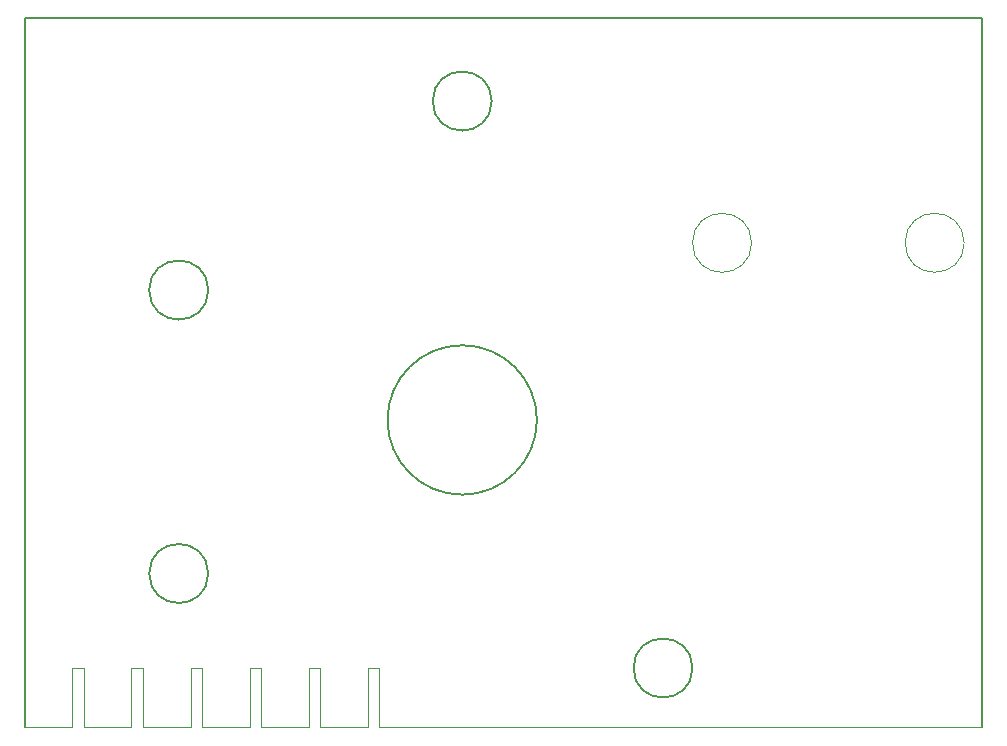
<source format=gbr>
%TF.GenerationSoftware,KiCad,Pcbnew,6.0.2+dfsg-1*%
%TF.CreationDate,2022-10-25T21:14:03-07:00*%
%TF.ProjectId,CX40-Replacement,43583430-2d52-4657-906c-6163656d656e,rev?*%
%TF.SameCoordinates,Original*%
%TF.FileFunction,Profile,NP*%
%FSLAX46Y46*%
G04 Gerber Fmt 4.6, Leading zero omitted, Abs format (unit mm)*
G04 Created by KiCad (PCBNEW 6.0.2+dfsg-1) date 2022-10-25 21:14:03*
%MOMM*%
%LPD*%
G01*
G04 APERTURE LIST*
%TA.AperFunction,Profile*%
%ADD10C,0.150000*%
%TD*%
%TA.AperFunction,Profile*%
%ADD11C,0.100000*%
%TD*%
%TA.AperFunction,Profile*%
%ADD12C,0.200000*%
%TD*%
%TA.AperFunction,Profile*%
%ADD13C,0.120000*%
%TD*%
G04 APERTURE END LIST*
D10*
X128500000Y-97000000D02*
G75*
G03*
X128500000Y-97000000I-2500000J0D01*
G01*
D11*
X143000000Y-134000000D02*
X194000000Y-134000000D01*
X174500000Y-93000000D02*
G75*
G03*
X174500000Y-93000000I-2500000J0D01*
G01*
D12*
X194000000Y-74000000D02*
X194000000Y-134000000D01*
D10*
X156324555Y-108000000D02*
G75*
G03*
X156324555Y-108000000I-6324555J0D01*
G01*
X152500000Y-81000000D02*
G75*
G03*
X152500000Y-81000000I-2500000J0D01*
G01*
D11*
X192500000Y-93000000D02*
G75*
G03*
X192500000Y-93000000I-2500000J0D01*
G01*
X113000000Y-134000000D02*
X114000000Y-134000000D01*
D12*
X113000000Y-74000000D02*
X113000000Y-134000000D01*
D10*
X169500000Y-129000000D02*
G75*
G03*
X169500000Y-129000000I-2500000J0D01*
G01*
D12*
X194000000Y-74000000D02*
X113000000Y-74000000D01*
D10*
X128500000Y-121000000D02*
G75*
G03*
X128500000Y-121000000I-2500000J0D01*
G01*
D13*
%TO.C,H0*%
X117000000Y-134000000D02*
X114000000Y-134000000D01*
X127000000Y-129000000D02*
X128000000Y-129000000D01*
X137000000Y-129000000D02*
X138000000Y-129000000D01*
X118000000Y-129000000D02*
X117000000Y-129000000D01*
X142000000Y-134000000D02*
X142000000Y-129000000D01*
X127000000Y-134000000D02*
X127000000Y-129000000D01*
X123000000Y-129000000D02*
X123000000Y-134000000D01*
X122000000Y-134000000D02*
X122000000Y-129000000D01*
X133000000Y-129000000D02*
X133000000Y-134000000D01*
X122000000Y-129000000D02*
X122750000Y-129000000D01*
X118000000Y-134000000D02*
X119000000Y-134000000D01*
X137000000Y-129250000D02*
X137000000Y-129000000D01*
X128000000Y-129000000D02*
X128000000Y-134000000D01*
X123000000Y-134000000D02*
X127000000Y-134000000D01*
X132000000Y-134000000D02*
X132000000Y-129000000D01*
X143000000Y-129000000D02*
X143000000Y-134000000D01*
X137000000Y-134000000D02*
X137000000Y-129250000D01*
X142000000Y-129000000D02*
X143000000Y-129000000D01*
X138000000Y-129000000D02*
X138000000Y-134000000D01*
X128000000Y-134000000D02*
X132000000Y-134000000D01*
X118000000Y-134000000D02*
X118000000Y-129000000D01*
X132000000Y-129000000D02*
X133000000Y-129000000D01*
X122750000Y-129000000D02*
X123000000Y-129000000D01*
X117000000Y-134000000D02*
X117000000Y-129000000D01*
X119000000Y-134000000D02*
X122000000Y-134000000D01*
X133000000Y-134000000D02*
X137000000Y-134000000D01*
X138000000Y-134000000D02*
X142000000Y-134000000D01*
%TD*%
M02*

</source>
